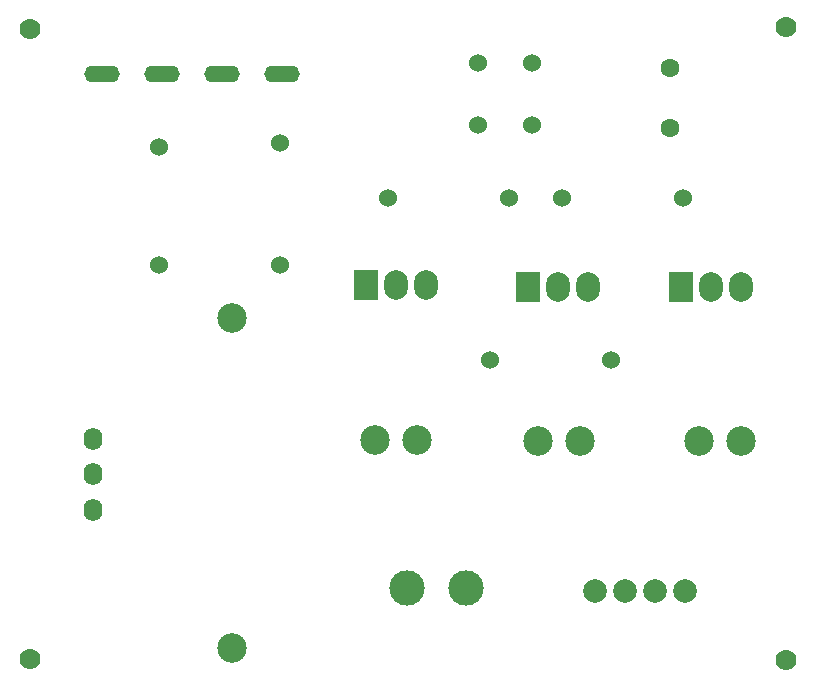
<source format=gtl>
G04 Layer: TopLayer*
G04 EasyEDA v6.5.40, 2024-07-05 22:39:17*
G04 43834020c9354f6683a6c21c991938a3,10*
G04 Gerber Generator version 0.2*
G04 Scale: 100 percent, Rotated: No, Reflected: No *
G04 Dimensions in inches *
G04 leading zeros omitted , absolute positions ,3 integer and 6 decimal *
%FSLAX36Y36*%
%MOIN*%

%AMMACRO1*21,1,$1,$2,0,0,$3*%
%ADD10C,0.0600*%
%ADD11C,0.0630*%
%ADD12C,0.1181*%
%ADD13O,0.11810999999999999X0.055119999999999995*%
%ADD14MACRO1,0.0788X0.0984X0.0000*%
%ADD15O,0.07873999999999999X0.098425*%
%ADD16C,0.0984*%
%ADD17O,0.06299199999999999X0.074803*%
%ADD18C,0.0787*%
%ADD19C,0.0700*%

%LPD*%
D10*
G01*
X870000Y1808150D03*
G01*
X870000Y2201849D03*
D11*
G01*
X2575000Y2465000D03*
G01*
X2575000Y2265000D03*
D12*
G01*
X1696599Y730000D03*
G01*
X1893400Y730000D03*
D13*
G01*
X1080000Y2445000D03*
G01*
X1280000Y2445000D03*
G01*
X880000Y2445000D03*
G01*
X680000Y2445000D03*
D14*
G01*
X2609999Y1735000D03*
D15*
G01*
X2810000Y1735000D03*
G01*
X2710000Y1735000D03*
D14*
G01*
X2099999Y1735000D03*
D15*
G01*
X2300000Y1735000D03*
G01*
X2200000Y1735000D03*
D14*
G01*
X1559999Y1740000D03*
D15*
G01*
X1760000Y1740000D03*
G01*
X1660000Y1740000D03*
D16*
G01*
X1115000Y528820D03*
G01*
X1115000Y1631179D03*
D17*
G01*
X650000Y1228110D03*
G01*
X650000Y1110000D03*
G01*
X650000Y991889D03*
D10*
G01*
X1275000Y1807240D03*
G01*
X1275000Y2212759D03*
G01*
X2037759Y2030000D03*
G01*
X1632240Y2030000D03*
G01*
X2617759Y2030000D03*
G01*
X2212240Y2030000D03*
G01*
X1972240Y1490000D03*
G01*
X2377759Y1490000D03*
G01*
X2115000Y2275000D03*
G01*
X2115000Y2480000D03*
G01*
X1935000Y2275000D03*
G01*
X1935000Y2480000D03*
D16*
G01*
X1590000Y1225000D03*
G01*
X1730000Y1225000D03*
G01*
X2135000Y1220000D03*
G01*
X2275000Y1220000D03*
G01*
X2670000Y1220000D03*
G01*
X2810000Y1220000D03*
D18*
G01*
X2325000Y720000D03*
G01*
X2425000Y720000D03*
G01*
X2525000Y720000D03*
G01*
X2625000Y720000D03*
D19*
G01*
X2960000Y490000D03*
G01*
X2960000Y2600000D03*
G01*
X440000Y2595000D03*
G01*
X440000Y495000D03*
M02*

</source>
